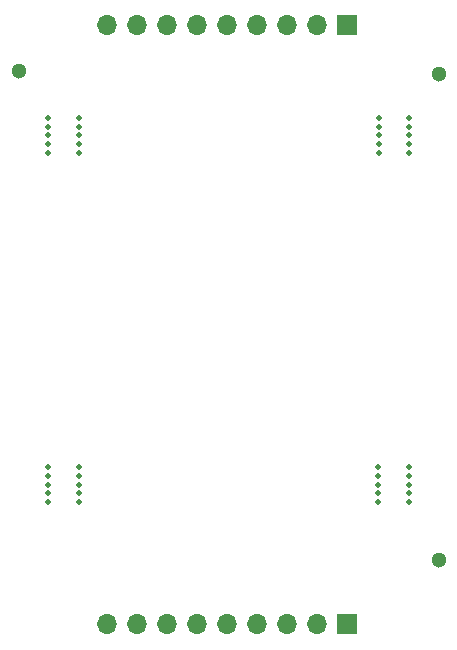
<source format=gbr>
G04 #@! TF.GenerationSoftware,KiCad,Pcbnew,(5.1.12-1-10_14)*
G04 #@! TF.CreationDate,2021-12-27T13:20:27-05:00*
G04 #@! TF.ProjectId,ledtrix,6c656474-7269-4782-9e6b-696361645f70,rev?*
G04 #@! TF.SameCoordinates,Original*
G04 #@! TF.FileFunction,Soldermask,Bot*
G04 #@! TF.FilePolarity,Negative*
%FSLAX46Y46*%
G04 Gerber Fmt 4.6, Leading zero omitted, Abs format (unit mm)*
G04 Created by KiCad (PCBNEW (5.1.12-1-10_14)) date 2021-12-27 13:20:27*
%MOMM*%
%LPD*%
G01*
G04 APERTURE LIST*
%ADD10C,1.300000*%
%ADD11C,0.500000*%
%ADD12O,1.700000X1.700000*%
%ADD13R,1.700000X1.700000*%
G04 APERTURE END LIST*
D10*
G04 #@! TO.C,H9*
X207680000Y-103690990D03*
G04 #@! TD*
G04 #@! TO.C,H8*
X172120000Y-62288990D03*
G04 #@! TD*
G04 #@! TO.C,H7*
X207680000Y-62542990D03*
G04 #@! TD*
D11*
G04 #@! TO.C,H5*
X177200000Y-98054990D03*
X177200000Y-98054990D03*
X177200000Y-95804990D03*
X177200000Y-97304990D03*
X177200000Y-96554990D03*
X177200000Y-98804990D03*
X174600000Y-98804990D03*
X174600000Y-96554990D03*
X174600000Y-97304990D03*
X174600000Y-95804990D03*
X174600000Y-98054990D03*
X174600000Y-98054990D03*
G04 #@! TD*
G04 #@! TO.C,H4*
X205140000Y-98054990D03*
X205140000Y-98054990D03*
X205140000Y-95804990D03*
X205140000Y-97304990D03*
X205140000Y-96554990D03*
X205140000Y-98804990D03*
X202540000Y-98804990D03*
X202540000Y-96554990D03*
X202540000Y-97304990D03*
X202540000Y-95804990D03*
X202540000Y-98054990D03*
X202540000Y-98054990D03*
G04 #@! TD*
G04 #@! TO.C,H2*
X174600000Y-67000000D03*
X174600000Y-67000000D03*
X174600000Y-69250000D03*
X174600000Y-67750000D03*
X174600000Y-68500000D03*
X174600000Y-66250000D03*
X177200000Y-66250000D03*
X177200000Y-68500000D03*
X177200000Y-67750000D03*
X177200000Y-69250000D03*
X177200000Y-67000000D03*
X177200000Y-67000000D03*
G04 #@! TD*
G04 #@! TO.C,H1*
X202600000Y-67000000D03*
X202600000Y-67000000D03*
X202600000Y-69250000D03*
X202600000Y-67750000D03*
X202600000Y-68500000D03*
X202600000Y-66250000D03*
X205200000Y-66250000D03*
X205200000Y-68500000D03*
X205200000Y-67750000D03*
X205200000Y-69250000D03*
X205200000Y-67000000D03*
X205200000Y-67000000D03*
G04 #@! TD*
D12*
G04 #@! TO.C,J2*
X179575000Y-109154990D03*
X182115000Y-109154990D03*
X184655000Y-109154990D03*
X187195000Y-109154990D03*
X189735000Y-109154990D03*
X192275000Y-109154990D03*
X194815000Y-109154990D03*
X197355000Y-109154990D03*
D13*
X199895000Y-109154990D03*
G04 #@! TD*
D12*
G04 #@! TO.C,J1*
X179575000Y-58424990D03*
X182115000Y-58424990D03*
X184655000Y-58424990D03*
X187195000Y-58424990D03*
X189735000Y-58424990D03*
X192275000Y-58424990D03*
X194815000Y-58424990D03*
X197355000Y-58424990D03*
D13*
X199895000Y-58424990D03*
G04 #@! TD*
M02*

</source>
